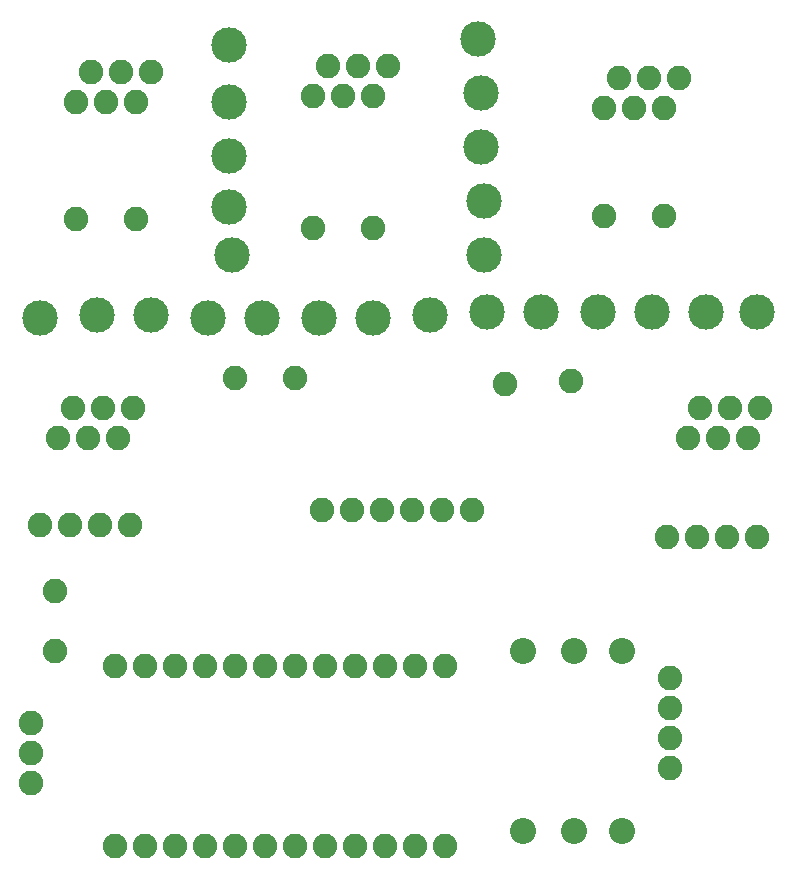
<source format=gbr>
G04 EAGLE Gerber RS-274X export*
G75*
%MOMM*%
%FSLAX34Y34*%
%LPD*%
%INSoldermask Top*%
%IPPOS*%
%AMOC8*
5,1,8,0,0,1.08239X$1,22.5*%
G01*
%ADD10C,2.082800*%
%ADD11C,2.203200*%
%ADD12C,3.003200*%


D10*
X101600Y177800D03*
X127000Y177800D03*
X152400Y177800D03*
X177800Y177800D03*
X203200Y177800D03*
X228600Y177800D03*
X254000Y177800D03*
X279400Y177800D03*
X304800Y177800D03*
X330200Y177800D03*
X355600Y177800D03*
X381000Y177800D03*
X381000Y25400D03*
X355600Y25400D03*
X330200Y25400D03*
X304800Y25400D03*
X279400Y25400D03*
X254000Y25400D03*
X228600Y25400D03*
X203200Y25400D03*
X177800Y25400D03*
X152400Y25400D03*
X127000Y25400D03*
X101600Y25400D03*
X30480Y129540D03*
X30480Y104140D03*
X30480Y78740D03*
X571500Y167640D03*
X571500Y142240D03*
X571500Y116840D03*
X571500Y91440D03*
D11*
X447040Y38100D03*
X447040Y190500D03*
X490220Y190500D03*
X490220Y38100D03*
X530860Y190500D03*
X530860Y38100D03*
D10*
X254000Y421640D03*
X403860Y309880D03*
X378460Y309880D03*
X353060Y309880D03*
X327660Y309880D03*
X302260Y309880D03*
X276860Y309880D03*
X50800Y241300D03*
X50800Y190500D03*
X203200Y421640D03*
X431800Y416560D03*
X487680Y419100D03*
X114300Y297180D03*
X88900Y297180D03*
X63500Y297180D03*
X38100Y297180D03*
X645160Y287020D03*
X619760Y287020D03*
X594360Y287020D03*
X568960Y287020D03*
X53340Y370840D03*
X78740Y370840D03*
X104140Y370840D03*
X66040Y396240D03*
X91440Y396240D03*
X116840Y396240D03*
X586740Y370840D03*
X612140Y370840D03*
X637540Y370840D03*
X596900Y396240D03*
X622300Y396240D03*
X647700Y396240D03*
D12*
X38100Y472440D03*
X86360Y474980D03*
X132080Y474980D03*
X180340Y472440D03*
X226060Y472440D03*
X274320Y472440D03*
X320040Y472440D03*
X368300Y474980D03*
X416560Y477520D03*
X462280Y477520D03*
X510540Y477520D03*
X556260Y477520D03*
X601980Y477520D03*
X645160Y477520D03*
D10*
X81280Y680720D03*
X106680Y680720D03*
X132080Y680720D03*
X68580Y655320D03*
X93980Y655320D03*
X119380Y655320D03*
X68580Y556260D03*
X119380Y556260D03*
D12*
X198120Y703580D03*
X198120Y655320D03*
X198120Y609600D03*
X198120Y566420D03*
X200660Y525780D03*
D10*
X269240Y660400D03*
X294640Y660400D03*
X320040Y660400D03*
X269240Y548640D03*
X281940Y685800D03*
X307340Y685800D03*
X332740Y685800D03*
X320040Y548640D03*
D12*
X408940Y708660D03*
X411480Y662940D03*
X411480Y617220D03*
X414020Y571500D03*
X414020Y525780D03*
D10*
X515620Y650240D03*
X541020Y650240D03*
X566420Y650240D03*
X515620Y558800D03*
X528320Y675640D03*
X553720Y675640D03*
X579120Y675640D03*
X566420Y558800D03*
M02*

</source>
